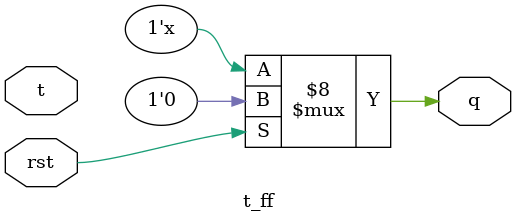
<source format=v>
module t_ff(t, rst, q);

input t;
input rst;

output reg q;

always @(*)
	begin
		if(rst == 1)
			q <= 0;
		else 
			if(t)
				q <= ~q;
			else
				q <= q;
		end
		endmodule

</source>
